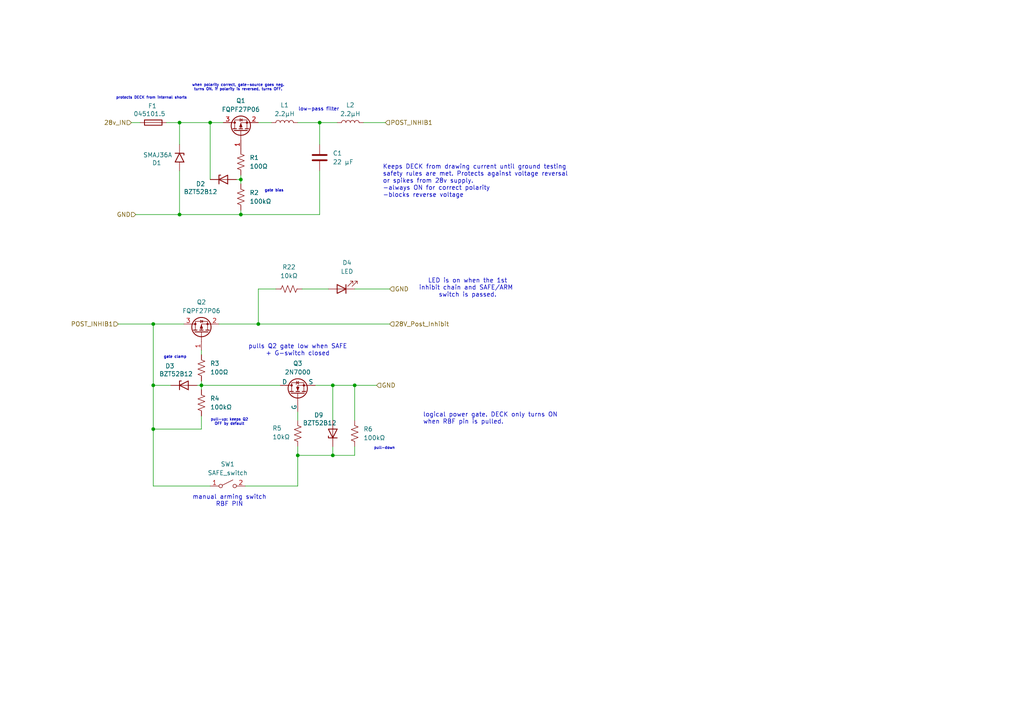
<source format=kicad_sch>
(kicad_sch (version 20250114) (generator "eeschema") (generator_version "9.0")
  (paper "A4")
  (lib_symbols
    (symbol "Device:C" (pin_numbers (hide yes)) (pin_names (offset 0.254))
      (property "Reference" "C" (at 0.635 2.54 0))
      (property "Value" "C" (at 0.635 -2.54 0))
      (symbol "C_0_1"
        (polyline (pts (xy -2.032 0.762) (xy 2.032 0.762)) (stroke (width 0.508)))
        (polyline (pts (xy -2.032 -0.762) (xy 2.032 -0.762)) (stroke (width 0.508)))
      )
      (symbol "C_1_1"
        (pin passive line (at 0 3.81 270) (length 2.794) (name "~") (number "1"))
        (pin passive line (at 0 -3.81 90) (length 2.794) (name "~") (number "2"))
      )
    )
    (symbol "Device:D_Zener" (pin_numbers (hide yes)) (pin_names (offset 1.016) (hide yes))
      (property "Reference" "D" (at 0 2.54 0))
      (property "Value" "D_Zener" (at 0 -2.54 0))
      (symbol "D_Zener_0_1"
        (polyline (pts (xy -1.27 -1.27) (xy -1.27 1.27) (xy -0.762 1.27)) (stroke (width 0.254)))
        (polyline (pts (xy 1.27 0) (xy -1.27 0)))
        (polyline (pts (xy 1.27 -1.27) (xy 1.27 1.27) (xy -1.27 0) (xy 1.27 -1.27)) (stroke (width 0.254)))
      )
      (symbol "D_Zener_1_1"
        (pin passive line (at -3.81 0 0) (length 2.54) (name "K") (number "1"))
        (pin passive line (at 3.81 0 180) (length 2.54) (name "A") (number "2"))
      )
    )
    (symbol "Device:Fuse" (pin_numbers (hide yes)) (pin_names (offset 0))
      (property "Reference" "F" (at 2.032 0 90))
      (property "Value" "Fuse" (at -1.905 0 90))
      (symbol "Fuse_0_1"
        (rectangle (start -0.762 -2.54) (end 0.762 2.54) (stroke (width 0.254)))
        (polyline (pts (xy 0 2.54) (xy 0 -2.54)))
      )
      (symbol "Fuse_1_1"
        (pin passive line (at 0 3.81 270) (length 1.27) (name "~") (number "1"))
        (pin passive line (at 0 -3.81 90) (length 1.27) (name "~") (number "2"))
      )
    )
    (symbol "Device:L" (pin_numbers (hide yes)) (pin_names (offset 1.016) (hide yes))
      (property "Reference" "L" (at -1.27 0 90))
      (property "Value" "L" (at 1.905 0 90))
      (symbol "L_0_1"
        (arc (start 0 2.54) (mid 0.6323 1.905) (end 0 1.27))
        (arc (start 0 1.27) (mid 0.6323 0.635) (end 0 0))
        (arc (start 0 0) (mid 0.6323 -0.635) (end 0 -1.27))
        (arc (start 0 -1.27) (mid 0.6323 -1.905) (end 0 -2.54))
      )
      (symbol "L_1_1"
        (pin passive line (at 0 3.81 270) (length 1.27) (name "1") (number "1"))
        (pin passive line (at 0 -3.81 90) (length 1.27) (name "2") (number "2"))
      )
    )
    (symbol "Device:LED" (pin_numbers (hide yes)) (pin_names (offset 1.016) (hide yes))
      (property "Reference" "D" (at 0 2.54 0))
      (property "Value" "LED" (at 0 -2.54 0))
      (symbol "LED_0_1"
        (polyline (pts (xy -3.048 -0.762) (xy -4.572 -2.286) (xy -3.81 -2.286) (xy -4.572 -2.286) (xy -4.572 -1.524)))
        (polyline (pts (xy -1.778 -0.762) (xy -3.302 -2.286) (xy -2.54 -2.286) (xy -3.302 -2.286) (xy -3.302 -1.524)))
        (polyline (pts (xy -1.27 0) (xy 1.27 0)))
        (polyline (pts (xy -1.27 -1.27) (xy -1.27 1.27)) (stroke (width 0.254)))
        (polyline (pts (xy 1.27 -1.27) (xy 1.27 1.27) (xy -1.27 0) (xy 1.27 -1.27)) (stroke (width 0.254)))
      )
      (symbol "LED_1_1"
        (pin passive line (at -3.81 0 0) (length 2.54) (name "K") (number "1"))
        (pin passive line (at 3.81 0 180) (length 2.54) (name "A") (number "2"))
      )
    )
    (symbol "Device:R_US" (pin_numbers (hide yes)) (pin_names (offset 0))
      (property "Reference" "R" (at 2.54 0 90))
      (property "Value" "R_US" (at -2.54 0 90))
      (symbol "R_US_0_1"
        (polyline (pts (xy 0 2.286) (xy 0 2.54)))
        (polyline (pts (xy 0 2.286) (xy 1.016 1.905) (xy 0 1.524) (xy -1.016 1.143) (xy 0 0.762)))
        (polyline (pts (xy 0 0.762) (xy 1.016 0.381) (xy 0 0) (xy -1.016 -0.381) (xy 0 -0.762)))
        (polyline (pts (xy 0 -0.762) (xy 1.016 -1.143) (xy 0 -1.524) (xy -1.016 -1.905) (xy 0 -2.286)))
        (polyline (pts (xy 0 -2.286) (xy 0 -2.54)))
      )
      (symbol "R_US_1_1"
        (pin passive line (at 0 3.81 270) (length 1.27) (name "~") (number "1"))
        (pin passive line (at 0 -3.81 90) (length 1.27) (name "~") (number "2"))
      )
    )
    (symbol "Diode:SMAJ33A" (pin_numbers (hide yes)) (pin_names (offset 1.016) (hide yes))
      (property "Reference" "D" (at 0 2.54 0))
      (property "Value" "SMAJ33A" (at 0 -2.54 0))
      (symbol "SMAJ33A_0_1"
        (polyline (pts (xy -0.762 1.27) (xy -1.27 1.27) (xy -1.27 -1.27)) (stroke (width 0.254)))
        (polyline (pts (xy 1.27 1.27) (xy 1.27 -1.27) (xy -1.27 0) (xy 1.27 1.27)) (stroke (width 0.254)))
      )
      (symbol "SMAJ33A_1_1"
        (pin passive line (at -3.81 0 0) (length 2.54) (name "A1") (number "1"))
        (pin passive line (at 3.81 0 180) (length 2.54) (name "A2") (number "2"))
      )
    )
    (symbol "Simulation_SPICE:NMOS" (pin_numbers (hide yes)) (pin_names (offset 0))
      (property "Reference" "Q" (at 5.08 1.27 0))
      (property "Value" "NMOS" (at 5.08 -1.27 0))
      (symbol "NMOS_0_1"
        (polyline (pts (xy 0.254 1.905) (xy 0.254 -1.905)) (stroke (width 0.254)))
        (polyline (pts (xy 0.254 0) (xy -2.54 0)))
        (polyline (pts (xy 0.762 2.286) (xy 0.762 1.27)) (stroke (width 0.254)))
        (polyline (pts (xy 0.762 0.508) (xy 0.762 -0.508)) (stroke (width 0.254)))
        (polyline (pts (xy 0.762 -1.27) (xy 0.762 -2.286)) (stroke (width 0.254)))
        (polyline (pts (xy 0.762 -1.778) (xy 3.302 -1.778) (xy 3.302 1.778) (xy 0.762 1.778)))
        (polyline (pts (xy 1.016 0) (xy 2.032 0.381) (xy 2.032 -0.381) (xy 1.016 0)) (fill (type outline)))
        (circle (center 1.651 0) (radius 2.794) (stroke (width 0.254)))
        (polyline (pts (xy 2.54 2.54) (xy 2.54 1.778)))
        (circle (center 2.54 1.778) (radius 0.254) (fill (type outline)))
        (circle (center 2.54 -1.778) (radius 0.254) (fill (type outline)))
        (polyline (pts (xy 2.54 -2.54) (xy 2.54 0) (xy 0.762 0)))
        (polyline (pts (xy 2.794 0.508) (xy 2.921 0.381) (xy 3.683 0.381) (xy 3.81 0.254)))
        (polyline (pts (xy 3.302 0.381) (xy 2.921 -0.254) (xy 3.683 -0.254) (xy 3.302 0.381)))
      )
      (symbol "NMOS_1_1"
        (pin input line (at -5.08 0 0) (length 2.54) (name "G") (number "2"))
        (pin passive line (at 2.54 5.08 270) (length 2.54) (name "D") (number "1"))
        (pin passive line (at 2.54 -5.08 90) (length 2.54) (name "S") (number "3"))
      )
    )
    (symbol "Switch:SW_SPST" (pin_names (offset 0) (hide yes))
      (property "Reference" "SW" (at 0 3.175 0))
      (property "Value" "SW_SPST" (at 0 -2.54 0))
      (symbol "SW_SPST_0_0"
        (circle (center -2.032 0) (radius 0.508))
        (polyline (pts (xy -1.524 0.254) (xy 1.524 1.778)))
        (circle (center 2.032 0) (radius 0.508))
      )
      (symbol "SW_SPST_1_1"
        (pin passive line (at -5.08 0 0) (length 2.54) (name "A") (number "1"))
        (pin passive line (at 5.08 0 180) (length 2.54) (name "B") (number "2"))
      )
    )
    (symbol "Transistor_FET:Q_PMOS_GSD" (pin_names (offset 0) (hide yes))
      (property "Reference" "Q" (at 5.08 1.905 0))
      (property "Value" "Q_PMOS_GSD" (at 5.08 0 0))
      (symbol "Q_PMOS_GSD_0_1"
        (polyline (pts (xy 0.254 1.905) (xy 0.254 -1.905)) (stroke (width 0.254)))
        (polyline (pts (xy 0.254 0) (xy -2.54 0)))
        (polyline (pts (xy 0.762 2.286) (xy 0.762 1.27)) (stroke (width 0.254)))
        (polyline (pts (xy 0.762 1.778) (xy 3.302 1.778) (xy 3.302 -1.778) (xy 0.762 -1.778)))
        (polyline (pts (xy 0.762 0.508) (xy 0.762 -0.508)) (stroke (width 0.254)))
        (polyline (pts (xy 0.762 -1.27) (xy 0.762 -2.286)) (stroke (width 0.254)))
        (circle (center 1.651 0) (radius 2.794) (stroke (width 0.254)))
        (polyline (pts (xy 2.286 0) (xy 1.27 0.381) (xy 1.27 -0.381) (xy 2.286 0)) (fill (type outline)))
        (polyline (pts (xy 2.54 2.54) (xy 2.54 1.778)))
        (circle (center 2.54 1.778) (radius 0.254) (fill (type outline)))
        (circle (center 2.54 -1.778) (radius 0.254) (fill (type outline)))
        (polyline (pts (xy 2.54 -2.54) (xy 2.54 0) (xy 0.762 0)))
        (polyline (pts (xy 2.921 -0.381) (xy 3.683 -0.381)))
        (polyline (pts (xy 3.302 -0.381) (xy 2.921 0.254) (xy 3.683 0.254) (xy 3.302 -0.381)))
      )
      (symbol "Q_PMOS_GSD_1_1"
        (pin input line (at -5.08 0 0) (length 2.54) (name "G") (number "1"))
        (pin passive line (at 2.54 5.08 270) (length 2.54) (name "D") (number "3"))
        (pin passive line (at 2.54 -5.08 90) (length 2.54) (name "S") (number "2"))
      )
    )
  )
  (text "logical power gate. DECK only turns ON\nwhen RBF pin is pulled." (at 122.682 121.412 0) (effects (font (size 1.27 1.27)) (justify left)))
  (text "protects DECK from internal shorts\n" (at 43.942 28.448 0) (effects (font (size 0.762 0.762))))
  (text "manual arming switch\nRBF PIN\n" (at 66.548 145.288 0) (effects (font (size 1.27 1.27))))
  (text "pull-up; keeps Q2\nOFF by default\n" (at 66.548 122.428 0) (effects (font (size 0.762 0.762))))
  (text "gate bias" (at 79.502 55.372 0) (effects (font (size 0.762 0.762))))
  (text "low-pass filter" (at 92.456 31.75 0) (effects (font (size 1.016 1.016))))
  (text "gate clamp\n" (at 50.8 103.632 0) (effects (font (size 0.762 0.762))))
  (text "LED is on when the 1st\ninhibit chain and SAFE/ARM \nswitch is passed." (at 135.636 83.566 0) (effects (font (size 1.27 1.27))))
  (text "Keeps DECK from drawing current until ground testing\nsafety rules are met. Protects against voltage reversal\nor spikes from 28v supply.\n-always ON for correct polarity\n-blocks reverse voltage" (at 110.998 52.578 0) (effects (font (size 1.27 1.27)) (justify left)))
  (text "pull-down" (at 111.506 130.048 0) (effects (font (size 0.762 0.762))))
  (text "when polarity correct, gate-source goes neg.\nturns ON. if polarity is reversed, turns OFF.\n" (at 69.088 25.4 0) (effects (font (size 0.762 0.762))))
  (text "pulls Q2 gate low when SAFE\n+ G-switch closed" (at 86.36 101.6 0) (effects (font (size 1.27 1.27))))
  (junction (at 96.52 132.08))
  (junction (at 52.07 35.56))
  (junction (at 44.45 111.76))
  (junction (at 69.85 52.07))
  (junction (at 102.87 111.76))
  (junction (at 58.42 111.76))
  (junction (at 92.71 35.56))
  (junction (at 52.07 62.23))
  (junction (at 74.93 93.98))
  (junction (at 96.52 111.76))
  (junction (at 44.45 124.46))
  (junction (at 86.36 132.08))
  (junction (at 44.45 93.98))
  (junction (at 60.96 35.56))
  (junction (at 69.85 62.23))
  (wire (pts (xy 91.44 111.76) (xy 96.52 111.76)))
  (wire (pts (xy 102.87 111.76) (xy 109.22 111.76)))
  (wire (pts (xy 69.85 52.07) (xy 69.85 53.34)))
  (wire (pts (xy 74.93 35.56) (xy 78.74 35.56)))
  (wire (pts (xy 63.5 93.98) (xy 74.93 93.98)))
  (wire (pts (xy 58.42 111.76) (xy 58.42 113.03)))
  (wire (pts (xy 58.42 101.6) (xy 58.42 102.87)))
  (wire (pts (xy 102.87 83.82) (xy 113.03 83.82)))
  (wire (pts (xy 60.96 35.56) (xy 64.77 35.56)))
  (wire (pts (xy 102.87 111.76) (xy 102.87 121.92)))
  (wire (pts (xy 44.45 124.46) (xy 44.45 111.76)))
  (wire (pts (xy 71.12 140.97) (xy 86.36 140.97)))
  (wire (pts (xy 80.01 83.82) (xy 74.93 83.82)))
  (wire (pts (xy 49.53 111.76) (xy 44.45 111.76)))
  (wire (pts (xy 92.71 35.56) (xy 92.71 41.91)))
  (wire (pts (xy 34.29 93.98) (xy 44.45 93.98)))
  (wire (pts (xy 96.52 129.54) (xy 96.52 132.08)))
  (wire (pts (xy 69.85 50.8) (xy 69.85 52.07)))
  (wire (pts (xy 58.42 110.49) (xy 58.42 111.76)))
  (wire (pts (xy 44.45 111.76) (xy 44.45 93.98)))
  (wire (pts (xy 74.93 93.98) (xy 113.03 93.98)))
  (wire (pts (xy 38.1 35.56) (xy 40.64 35.56)))
  (wire (pts (xy 86.36 35.56) (xy 92.71 35.56)))
  (wire (pts (xy 58.42 124.46) (xy 44.45 124.46)))
  (wire (pts (xy 58.42 120.65) (xy 58.42 124.46)))
  (wire (pts (xy 68.58 52.07) (xy 69.85 52.07)))
  (wire (pts (xy 86.36 132.08) (xy 96.52 132.08)))
  (wire (pts (xy 52.07 35.56) (xy 60.96 35.56)))
  (wire (pts (xy 44.45 124.46) (xy 44.45 140.97)))
  (wire (pts (xy 57.15 111.76) (xy 58.42 111.76)))
  (wire (pts (xy 69.85 62.23) (xy 92.71 62.23)))
  (wire (pts (xy 86.36 119.38) (xy 86.36 121.92)))
  (wire (pts (xy 44.45 140.97) (xy 60.96 140.97)))
  (wire (pts (xy 44.45 93.98) (xy 53.34 93.98)))
  (wire (pts (xy 52.07 49.53) (xy 52.07 62.23)))
  (wire (pts (xy 105.41 35.56) (xy 111.76 35.56)))
  (wire (pts (xy 96.52 111.76) (xy 96.52 121.92)))
  (wire (pts (xy 92.71 49.53) (xy 92.71 62.23)))
  (wire (pts (xy 48.26 35.56) (xy 52.07 35.56)))
  (wire (pts (xy 60.96 35.56) (xy 60.96 52.07)))
  (wire (pts (xy 52.07 62.23) (xy 69.85 62.23)))
  (wire (pts (xy 74.93 83.82) (xy 74.93 93.98)))
  (wire (pts (xy 87.63 83.82) (xy 95.25 83.82)))
  (wire (pts (xy 102.87 129.54) (xy 102.87 132.08)))
  (wire (pts (xy 86.36 132.08) (xy 86.36 140.97)))
  (wire (pts (xy 86.36 129.54) (xy 86.36 132.08)))
  (wire (pts (xy 96.52 132.08) (xy 102.87 132.08)))
  (wire (pts (xy 52.07 35.56) (xy 52.07 41.91)))
  (wire (pts (xy 58.42 111.76) (xy 81.28 111.76)))
  (wire (pts (xy 69.85 62.23) (xy 69.85 60.96)))
  (wire (pts (xy 96.52 111.76) (xy 102.87 111.76)))
  (wire (pts (xy 39.37 62.23) (xy 52.07 62.23)))
  (wire (pts (xy 92.71 35.56) (xy 97.79 35.56)))
  (hierarchical_label "GND" (shape input) (at 113.03 83.82 0))
  (hierarchical_label "GND" (shape input) (at 109.22 111.76 0))
  (hierarchical_label "28v_IN" (shape input) (at 38.1 35.56 180))
  (hierarchical_label "POST_INHIB1" (shape input) (at 111.76 35.56 0))
  (hierarchical_label "GND" (shape input) (at 39.37 62.23 180))
  (hierarchical_label "28V_Post_Inhibit" (shape input) (at 113.03 93.98 0))
  (hierarchical_label "POST_INHIB1" (shape input) (at 34.29 93.98 180))
  (symbol (lib_id "Device:R_US") (at 58.42 106.68 0) (unit 1)
    (property "Reference" "R3" (at 60.96 105.4099 0) (effects (justify left)))
    (property "Value" "100Ω" (at 60.96 107.9499 0) (effects (justify left)))
    (property "Footprint" "Resistor_SMD:R_0201_0603Metric" (effects (hide yes)))
    (property "Description" "Resistor, US symbol" (effects (hide yes)))
  )
  (symbol (lib_id "Device:D_Zener") (at 64.77 52.07 0) (unit 1)
    (property "Reference" "D2" (at 58.166 53.34 0))
    (property "Value" "BZT52B12" (at 58.166 55.626 0))
    (property "Footprint" "Diode_SMD:D_SOD-123" (effects (hide yes)))
    (property "Description" "Zener diode" (effects (hide yes)))
  )
  (symbol (lib_id "Switch:SW_SPST") (at 66.04 140.97 0) (unit 1)
    (property "Reference" "SW1" (at 66.04 134.62 0))
    (property "Value" "SAFE_switch" (at 66.04 137.16 0))
    (property "Footprint" "Connector_PinHeader_2.54mm:PinHeader_1x02_P2.54mm_Vertical" (effects (hide yes)))
    (property "Description" "Single Pole Single Throw (SPST) switch" (effects (hide yes)))
  )
  (symbol (lib_id "Device:R_US") (at 69.85 57.15 0) (unit 1)
    (property "Reference" "R2" (at 72.39 55.8799 0) (effects (justify left)))
    (property "Value" "100kΩ" (at 72.39 58.4199 0) (effects (justify left)))
    (property "Footprint" "Resistor_SMD:R_0201_0603Metric" (effects (hide yes)))
    (property "Description" "Resistor, US symbol" (effects (hide yes)))
  )
  (symbol (lib_id "Device:C") (at 92.71 45.72 0) (unit 1)
    (property "Reference" "C1" (at 96.52 44.4499 0) (effects (justify left)))
    (property "Value" "22 µF" (at 96.52 46.9899 0) (effects (justify left)))
    (property "Footprint" "Capacitor_SMD:C_0603_1608Metric" (effects (hide yes)))
    (property "Description" "Unpolarized capacitor" (effects (hide yes)))
  )
  (symbol (lib_id "Diode:SMAJ33A") (at 52.07 45.72 270) (unit 1)
    (property "Reference" "D1" (at 45.466 47.244 90))
    (property "Value" "SMAJ36A" (at 45.72 44.958 90))
    (property "Footprint" "Diode_SMD:D_SMA" (effects (hide yes)))
    (property "Datasheet" "https://www.littelfuse.com/media?resourcetype=datasheets&itemid=75e32973-b177-4ee3-a0ff-cedaf1abdb93&filename=smaj-datasheet" (effects (hide yes)))
    (property "Description" "400W unidirectional Transient Voltage Suppressor, 33.0Vr, SMA(DO-214AC)" (effects (hide yes)))
  )
  (symbol (lib_id "Device:R_US") (at 102.87 125.73 0) (unit 1)
    (property "Reference" "R6" (at 105.41 124.4599 0) (effects (justify left)))
    (property "Value" "100kΩ" (at 105.41 126.9999 0) (effects (justify left)))
    (property "Footprint" "Resistor_SMD:R_0201_0603Metric" (effects (hide yes)))
    (property "Description" "Resistor, US symbol" (effects (hide yes)))
  )
  (symbol (lib_id "Transistor_FET:Q_PMOS_GSD") (at 69.85 38.1 90) (unit 1)
    (property "Reference" "Q1" (at 69.85 29.21 90))
    (property "Value" "FQPF27P06" (at 69.85 31.75 90))
    (property "Footprint" "Package_TO_SOT_SMD:SOT-223-3_TabPin2" (effects (hide yes)))
    (property "Description" "P-MOSFET transistor, gate/source/drain" (effects (hide yes)))
  )
  (symbol (lib_id "Device:L") (at 101.6 35.56 90) (unit 1)
    (property "Reference" "L2" (at 101.6 30.48 90))
    (property "Value" "2.2µH" (at 101.6 33.02 90))
    (property "Footprint" "Inductor_SMD:L_0805_2012Metric" (effects (hide yes)))
    (property "Description" "Inductor" (effects (hide yes)))
  )
  (symbol (lib_id "Device:D_Zener") (at 53.34 111.76 0) (unit 1)
    (property "Reference" "D3" (at 49.276 106.172 0))
    (property "Value" "BZT52B12" (at 51.054 108.458 0))
    (property "Footprint" "Diode_SMD:D_SOD-123" (effects (hide yes)))
    (property "Description" "Zener diode" (effects (hide yes)))
  )
  (symbol (lib_id "Device:L") (at 82.55 35.56 90) (unit 1)
    (property "Reference" "L1" (at 82.55 30.48 90))
    (property "Value" "2.2µH" (at 82.55 33.02 90))
    (property "Footprint" "Inductor_SMD:L_0805_2012Metric" (effects (hide yes)))
    (property "Description" "Inductor" (effects (hide yes)))
  )
  (symbol (lib_id "Device:LED") (at 99.06 83.82 180) (unit 1)
    (property "Reference" "D4" (at 100.6475 76.2 0))
    (property "Value" "LED" (at 100.6475 78.74 0))
    (property "Footprint" "LED_SMD:LED_0603_1608Metric" (effects (hide yes)))
    (property "Description" "Light emitting diode" (effects (hide yes)))
    (property "Sim.Pins" "1=K 2=A" (effects (hide yes)))
  )
  (symbol (lib_id "Device:R_US") (at 58.42 116.84 0) (unit 1)
    (property "Reference" "R4" (at 60.96 115.5699 0) (effects (justify left)))
    (property "Value" "100kΩ" (at 60.96 118.1099 0) (effects (justify left)))
    (property "Footprint" "Resistor_SMD:R_0201_0603Metric" (effects (hide yes)))
    (property "Description" "Resistor, US symbol" (effects (hide yes)))
  )
  (symbol (lib_id "Device:R_US") (at 86.36 125.73 0) (unit 1)
    (property "Reference" "R5" (at 78.994 124.206 0) (effects (justify left)))
    (property "Value" "10kΩ" (at 78.994 126.746 0) (effects (justify left)))
    (property "Footprint" "Resistor_SMD:R_0201_0603Metric" (effects (hide yes)))
    (property "Description" "Resistor, US symbol" (effects (hide yes)))
  )
  (symbol (lib_id "Transistor_FET:Q_PMOS_GSD") (at 58.42 96.52 90) (unit 1)
    (property "Reference" "Q2" (at 58.42 87.63 90))
    (property "Value" "FQPF27P06" (at 58.42 90.17 90))
    (property "Footprint" "Package_TO_SOT_SMD:SOT-223-3_TabPin2" (effects (hide yes)))
    (property "Description" "P-MOSFET transistor, gate/source/drain" (effects (hide yes)))
  )
  (symbol (lib_id "Device:D_Zener") (at 96.52 125.73 90) (unit 1)
    (property "Reference" "D9" (at 92.456 120.396 90))
    (property "Value" "BZT52B12" (at 92.71 122.682 90))
    (property "Footprint" "Diode_SMD:D_SOD-123" (effects (hide yes)))
    (property "Description" "Zener diode" (effects (hide yes)))
  )
  (symbol (lib_id "Simulation_SPICE:NMOS") (at 86.36 114.3 90) (unit 1)
    (property "Reference" "Q3" (at 86.36 105.41 90))
    (property "Value" "2N7000" (at 86.36 107.95 90))
    (property "Footprint" "Package_TO_SOT_SMD:SOT-23" (effects (hide yes)))
    (property "Datasheet" "https://ngspice.sourceforge.io/docs/ngspice-html-manual/manual.xhtml#cha_MOSFETs" (effects (hide yes)))
    (property "Description" "N-MOSFET transistor, drain/source/gate" (effects (hide yes)))
    (property "Sim.Device" "NMOS" (effects (hide yes)))
    (property "Sim.Type" "VDMOS" (effects (hide yes)))
    (property "Sim.Pins" "1=D 2=G 3=S" (effects (hide yes)))
  )
  (symbol (lib_id "Device:Fuse") (at 44.45 35.56 90) (unit 1)
    (property "Reference" "F1" (at 45.466 30.734 90) (effects (justify left)))
    (property "Value" "045101.5" (at 48.006 33.02 90) (effects (justify left)))
    (property "Footprint" "Fuse:Fuse_1206_3216Metric" (effects (hide yes)))
    (property "Description" "Fuse" (effects (hide yes)))
  )
  (symbol (lib_id "Device:R_US") (at 83.82 83.82 270) (unit 1)
    (property "Reference" "R22" (at 83.82 77.47 90))
    (property "Value" "10kΩ" (at 83.82 80.01 90))
    (property "Footprint" "Resistor_SMD:R_0201_0603Metric" (effects (hide yes)))
    (property "Description" "Resistor, US symbol" (effects (hide yes)))
  )
  (symbol (lib_id "Device:R_US") (at 69.85 46.99 0) (unit 1)
    (property "Reference" "R1" (at 72.39 45.7199 0) (effects (justify left)))
    (property "Value" "100Ω" (at 72.39 48.2599 0) (effects (justify left)))
    (property "Footprint" "Resistor_SMD:R_0201_0603Metric" (effects (hide yes)))
    (property "Description" "Resistor, US symbol" (effects (hide yes)))
  )
)
</source>
